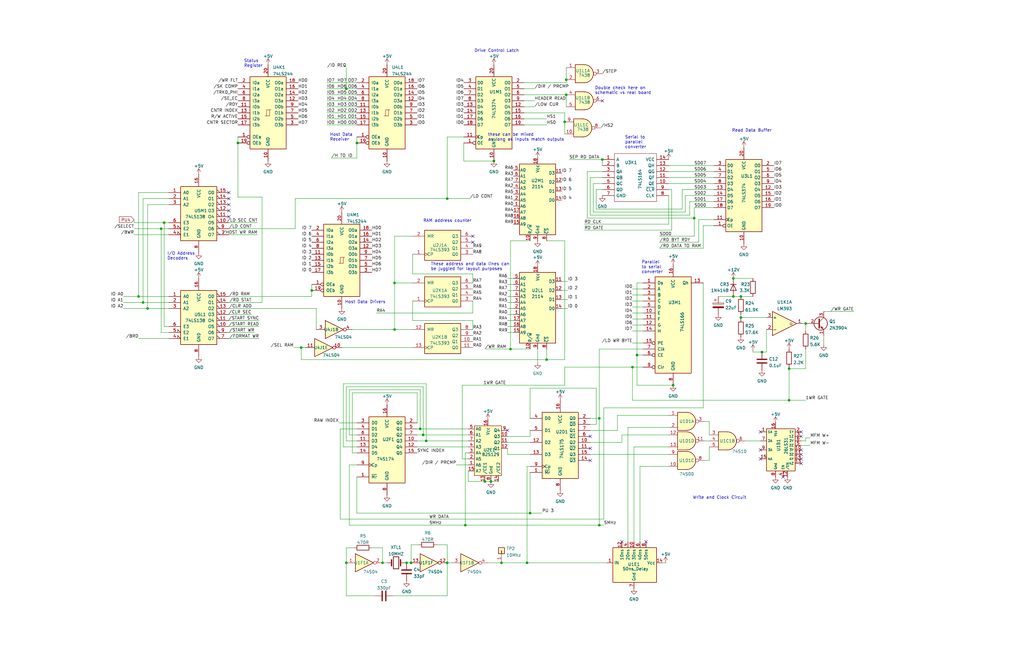
<source format=kicad_sch>
(kicad_sch (version 20211123) (generator eeschema)
  (paper "B")
  (junction (at 127 146.685))
  (junction (at 312.42 125.095))
  (junction (at 268.605 149.86))
  (junction (at 166.37 119.38))
  (junction (at 252.73 176.53))
  (junction (at 67.945 96.52))
  (junction (at 312.42 133.985))
  (junction (at 223.52 216.535))
  (junction (at 321.31 148.59))
  (junction (at 100.33 60.325))
  (junction (at 266.7 154.94))
  (junction (at 207.01 203.2))
  (junction (at 332.74 168.91))
  (junction (at 339.725 136.525))
  (junction (at 188.595 83.82))
  (junction (at 178.435 183.515))
  (junction (at 196.215 221.615))
  (junction (at 173.355 237.49))
  (junction (at 166.37 139.065))
  (junction (at 215.265 147.32))
  (junction (at 230.505 151.765))
  (junction (at 208.28 67.945))
  (junction (at 238.76 40.005))
  (junction (at 146.05 37.465))
  (junction (at 204.47 203.2))
  (junction (at 146.05 237.49))
  (junction (at 222.25 237.49))
  (junction (at 238.76 33.655))
  (junction (at 309.245 125.095))
  (junction (at 161.29 237.49))
  (junction (at 292.735 92.075))
  (junction (at 283.845 162.56))
  (junction (at 131.445 122.555))
  (junction (at 254 67.31))
  (junction (at 309.245 117.475))
  (junction (at 332.74 155.575))
  (junction (at 58.42 125.095))
  (junction (at 150.495 60.325))
  (junction (at 238.125 51.435))
  (junction (at 211.455 237.49))
  (junction (at 177.165 180.975))
  (junction (at 188.595 237.49))
  (junction (at 69.215 93.98))
  (junction (at 60.325 127.635))
  (junction (at 179.705 186.055))
  (junction (at 252.73 221.615))
  (junction (at 62.23 130.175))
  (junction (at 171.45 237.49))
  (no_connect (at 337.82 184.15))
  (no_connect (at 272.415 228.6))
  (no_connect (at 248.92 189.23))
  (no_connect (at 337.82 193.675))
  (no_connect (at 96.52 83.82))
  (no_connect (at 248.92 184.15))
  (no_connect (at 337.82 191.77))
  (no_connect (at 320.675 182.245))
  (no_connect (at 330.2 201.295))
  (no_connect (at 96.52 86.36))
  (no_connect (at 213.995 181.61))
  (no_connect (at 262.255 228.6))
  (no_connect (at 254 42.545))
  (no_connect (at 337.82 189.865))
  (no_connect (at 337.82 195.58))
  (no_connect (at 199.39 99.695))
  (no_connect (at 96.52 91.44))
  (no_connect (at 320.675 193.675))
  (no_connect (at 320.675 189.865))
  (no_connect (at 96.52 88.9))
  (no_connect (at 96.52 81.28))
  (no_connect (at 199.39 102.235))
  (no_connect (at 248.92 194.31))
  (no_connect (at 337.82 182.245))
  (wire (pts (xy 148.59 139.065) (xy 166.37 139.065)))
  (wire (pts (xy 176.53 229.87) (xy 173.355 229.87)))
  (wire (pts (xy 266.7 127) (xy 271.145 127)))
  (wire (pts (xy 147.32 196.215) (xy 147.32 221.615)))
  (wire (pts (xy 250.19 77.47) (xy 254 77.47)))
  (wire (pts (xy 309.245 117.475) (xy 317.5 117.475)))
  (wire (pts (xy 150.495 201.295) (xy 150.495 216.535)))
  (wire (pts (xy 252.73 221.615) (xy 196.215 221.615)))
  (wire (pts (xy 188.595 251.46) (xy 188.595 237.49)))
  (wire (pts (xy 173.99 115.57) (xy 199.39 115.57)))
  (wire (pts (xy 215.265 101.6) (xy 215.265 147.32)))
  (wire (pts (xy 271.145 119.38) (xy 268.605 119.38)))
  (wire (pts (xy 281.94 74.93) (xy 300.99 74.93)))
  (wire (pts (xy 339.725 136.525) (xy 339.725 139.7)))
  (wire (pts (xy 248.92 186.69) (xy 262.255 186.69)))
  (wire (pts (xy 239.395 126.365) (xy 236.855 126.365)))
  (wire (pts (xy 96.52 135.255) (xy 109.22 135.255)))
  (wire (pts (xy 230.505 151.765) (xy 238.125 151.765)))
  (wire (pts (xy 280.67 237.49) (xy 279.4 237.49)))
  (wire (pts (xy 297.18 177.8) (xy 299.085 177.8)))
  (wire (pts (xy 226.695 153.035) (xy 226.695 147.32)))
  (wire (pts (xy 220.98 52.705) (xy 230.505 52.705)))
  (wire (pts (xy 147.32 164.465) (xy 147.32 183.515)))
  (wire (pts (xy 266.7 132.08) (xy 271.145 132.08)))
  (wire (pts (xy 254 67.31) (xy 254 69.85)))
  (wire (pts (xy 175.895 178.435) (xy 175.895 165.735)))
  (wire (pts (xy 100.33 83.185) (xy 110.49 83.185)))
  (wire (pts (xy 312.42 133.985) (xy 312.42 132.715)))
  (wire (pts (xy 281.94 72.39) (xy 300.99 72.39)))
  (wire (pts (xy 178.435 183.515) (xy 197.485 183.515)))
  (wire (pts (xy 238.125 47.625) (xy 238.125 51.435)))
  (wire (pts (xy 299.085 194.31) (xy 297.18 194.31)))
  (wire (pts (xy 238.125 51.435) (xy 238.125 56.515)))
  (wire (pts (xy 266.7 121.92) (xy 271.145 121.92)))
  (wire (pts (xy 287.655 88.265) (xy 251.46 88.265)))
  (wire (pts (xy 166.37 139.065) (xy 173.99 139.065)))
  (wire (pts (xy 124.46 96.52) (xy 124.46 83.82)))
  (wire (pts (xy 290.83 90.805) (xy 290.83 85.09)))
  (wire (pts (xy 123.825 146.685) (xy 127 146.685)))
  (wire (pts (xy 312.42 125.095) (xy 317.5 125.095)))
  (wire (pts (xy 213.995 140.335) (xy 216.535 140.335)))
  (wire (pts (xy 175.895 188.595) (xy 197.485 188.595)))
  (wire (pts (xy 266.7 154.94) (xy 238.125 154.94)))
  (wire (pts (xy 137.795 45.085) (xy 150.495 45.085)))
  (wire (pts (xy 69.215 93.98) (xy 71.12 93.98)))
  (wire (pts (xy 208.28 67.945) (xy 195.58 67.945)))
  (wire (pts (xy 133.35 130.175) (xy 133.35 139.065)))
  (wire (pts (xy 194.945 193.675) (xy 194.945 162.56)))
  (wire (pts (xy 69.215 137.795) (xy 69.215 93.98)))
  (wire (pts (xy 142.875 178.435) (xy 150.495 178.435)))
  (wire (pts (xy 147.32 183.515) (xy 150.495 183.515)))
  (wire (pts (xy 288.925 82.55) (xy 288.925 89.535)))
  (wire (pts (xy 213.995 132.715) (xy 216.535 132.715)))
  (wire (pts (xy 317.5 147.955) (xy 317.5 148.59)))
  (wire (pts (xy 246.38 97.155) (xy 283.21 97.155)))
  (wire (pts (xy 146.05 231.14) (xy 149.225 231.14)))
  (wire (pts (xy 71.12 140.335) (xy 67.945 140.335)))
  (wire (pts (xy 179.705 161.925) (xy 144.78 161.925)))
  (wire (pts (xy 222.25 196.85) (xy 222.25 237.49)))
  (wire (pts (xy 269.875 228.6) (xy 269.875 196.85)))
  (wire (pts (xy 110.49 83.185) (xy 110.49 127.635)))
  (wire (pts (xy 266.7 154.94) (xy 266.7 168.91)))
  (wire (pts (xy 220.98 45.085) (xy 225.425 45.085)))
  (wire (pts (xy 96.52 127.635) (xy 110.49 127.635)))
  (wire (pts (xy 300.99 92.71) (xy 294.64 92.71)))
  (wire (pts (xy 300.99 87.63) (xy 292.735 87.63)))
  (wire (pts (xy 281.94 69.85) (xy 300.99 69.85)))
  (wire (pts (xy 251.46 88.265) (xy 251.46 80.01)))
  (wire (pts (xy 223.52 181.61) (xy 223.52 184.15)))
  (wire (pts (xy 223.52 199.39) (xy 223.52 216.535)))
  (wire (pts (xy 188.595 237.49) (xy 190.5 237.49)))
  (wire (pts (xy 248.92 90.805) (xy 290.83 90.805)))
  (wire (pts (xy 266.7 129.54) (xy 271.145 129.54)))
  (wire (pts (xy 127 146.685) (xy 127 151.765)))
  (wire (pts (xy 239.395 118.745) (xy 236.855 118.745)))
  (wire (pts (xy 56.515 96.52) (xy 67.945 96.52)))
  (wire (pts (xy 283.21 80.01) (xy 283.21 97.155)))
  (wire (pts (xy 238.125 154.94) (xy 238.125 162.56)))
  (wire (pts (xy 262.255 183.515) (xy 281.94 183.515)))
  (wire (pts (xy 247.65 72.39) (xy 254 72.39)))
  (wire (pts (xy 60.325 127.635) (xy 60.325 83.82)))
  (wire (pts (xy 268.605 149.86) (xy 271.145 149.86)))
  (wire (pts (xy 262.255 186.69) (xy 262.255 183.515)))
  (wire (pts (xy 150.495 57.785) (xy 150.495 60.325)))
  (wire (pts (xy 166.37 99.695) (xy 166.37 119.38)))
  (wire (pts (xy 266.7 144.78) (xy 271.145 144.78)))
  (wire (pts (xy 220.98 50.165) (xy 230.505 50.165)))
  (wire (pts (xy 166.37 119.38) (xy 173.99 119.38)))
  (wire (pts (xy 137.795 40.005) (xy 150.495 40.005)))
  (wire (pts (xy 223.52 196.85) (xy 222.25 196.85)))
  (wire (pts (xy 131.445 120.015) (xy 131.445 122.555)))
  (wire (pts (xy 223.52 216.535) (xy 228.6 216.535)))
  (wire (pts (xy 196.215 191.135) (xy 197.485 191.135)))
  (wire (pts (xy 158.115 251.46) (xy 146.05 251.46)))
  (wire (pts (xy 207.01 203.2) (xy 210.185 203.2)))
  (wire (pts (xy 239.395 122.555) (xy 236.855 122.555)))
  (wire (pts (xy 268.605 149.86) (xy 268.605 162.56)))
  (wire (pts (xy 124.46 83.82) (xy 188.595 83.82)))
  (wire (pts (xy 177.165 180.975) (xy 197.485 180.975)))
  (wire (pts (xy 146.05 28.575) (xy 146.05 37.465)))
  (wire (pts (xy 131.445 122.555) (xy 131.445 125.095)))
  (wire (pts (xy 204.47 147.32) (xy 215.265 147.32)))
  (wire (pts (xy 332.74 154.94) (xy 332.74 155.575)))
  (wire (pts (xy 127 151.765) (xy 230.505 151.765)))
  (wire (pts (xy 175.895 165.735) (xy 148.59 165.735)))
  (wire (pts (xy 137.795 37.465) (xy 146.05 37.465)))
  (wire (pts (xy 252.73 147.32) (xy 252.73 176.53)))
  (wire (pts (xy 271.145 147.32) (xy 252.73 147.32)))
  (wire (pts (xy 347.345 145.415) (xy 347.345 141.605)))
  (wire (pts (xy 197.485 203.2) (xy 197.485 198.755)))
  (wire (pts (xy 166.37 119.38) (xy 166.37 139.065)))
  (wire (pts (xy 173.99 127) (xy 173.99 135.255)))
  (wire (pts (xy 179.705 186.055) (xy 197.485 186.055)))
  (wire (pts (xy 287.655 80.01) (xy 287.655 88.265)))
  (wire (pts (xy 199.39 115.57) (xy 199.39 119.38)))
  (wire (pts (xy 213.995 191.77) (xy 213.995 189.23)))
  (wire (pts (xy 213.995 125.095) (xy 216.535 125.095)))
  (wire (pts (xy 292.735 92.075) (xy 292.735 99.695)))
  (wire (pts (xy 266.7 139.7) (xy 271.145 139.7)))
  (wire (pts (xy 213.995 135.255) (xy 216.535 135.255)))
  (wire (pts (xy 223.52 191.77) (xy 213.995 191.77)))
  (wire (pts (xy 204.47 203.2) (xy 197.485 203.2)))
  (wire (pts (xy 137.795 52.705) (xy 150.495 52.705)))
  (wire (pts (xy 309.245 125.095) (xy 312.42 125.095)))
  (wire (pts (xy 71.12 137.795) (xy 69.215 137.795)))
  (wire (pts (xy 223.52 184.15) (xy 213.995 184.15)))
  (wire (pts (xy 197.485 193.675) (xy 194.945 193.675)))
  (wire (pts (xy 175.895 186.055) (xy 179.705 186.055)))
  (wire (pts (xy 96.52 99.06) (xy 108.585 99.06)))
  (wire (pts (xy 269.875 196.85) (xy 281.94 196.85)))
  (wire (pts (xy 139.7 66.675) (xy 150.495 66.675)))
  (wire (pts (xy 266.7 134.62) (xy 271.145 134.62)))
  (wire (pts (xy 252.73 221.615) (xy 254.635 221.615)))
  (wire (pts (xy 238.76 34.925) (xy 220.98 34.925)))
  (wire (pts (xy 170.815 237.49) (xy 171.45 237.49)))
  (wire (pts (xy 238.76 33.655) (xy 238.76 34.925)))
  (wire (pts (xy 299.085 188.595) (xy 299.085 194.31)))
  (wire (pts (xy 299.085 177.8) (xy 299.085 183.515)))
  (wire (pts (xy 205.74 237.49) (xy 211.455 237.49)))
  (wire (pts (xy 96.52 132.715) (xy 106.045 132.715)))
  (wire (pts (xy 300.99 95.25) (xy 296.545 95.25)))
  (wire (pts (xy 278.13 104.775) (xy 296.545 104.775)))
  (wire (pts (xy 296.545 95.25) (xy 296.545 104.775)))
  (wire (pts (xy 177.165 180.975) (xy 177.165 164.465)))
  (wire (pts (xy 332.74 168.91) (xy 339.725 168.91)))
  (wire (pts (xy 281.94 80.01) (xy 283.21 80.01)))
  (wire (pts (xy 156.845 231.14) (xy 161.29 231.14)))
  (wire (pts (xy 146.05 37.465) (xy 150.495 37.465)))
  (wire (pts (xy 62.23 130.175) (xy 71.12 130.175)))
  (wire (pts (xy 56.515 92.71) (xy 56.515 93.98)))
  (wire (pts (xy 332.74 155.575) (xy 332.74 168.91)))
  (wire (pts (xy 281.94 77.47) (xy 300.99 77.47)))
  (wire (pts (xy 137.795 50.165) (xy 150.495 50.165)))
  (wire (pts (xy 150.495 196.215) (xy 147.32 196.215)))
  (wire (pts (xy 266.7 168.91) (xy 332.74 168.91)))
  (wire (pts (xy 161.29 237.49) (xy 163.195 237.49)))
  (wire (pts (xy 213.995 122.555) (xy 216.535 122.555)))
  (wire (pts (xy 213.995 120.015) (xy 216.535 120.015)))
  (wire (pts (xy 314.325 186.055) (xy 320.675 186.055)))
  (wire (pts (xy 248.92 176.53) (xy 252.73 176.53)))
  (wire (pts (xy 266.7 124.46) (xy 271.145 124.46)))
  (wire (pts (xy 147.32 221.615) (xy 196.215 221.615)))
  (wire (pts (xy 171.45 237.49) (xy 173.355 237.49)))
  (wire (pts (xy 300.99 80.01) (xy 287.655 80.01)))
  (wire (pts (xy 194.945 162.56) (xy 238.125 162.56)))
  (wire (pts (xy 137.795 34.925) (xy 150.495 34.925)))
  (wire (pts (xy 252.73 176.53) (xy 252.73 221.615)))
  (wire (pts (xy 267.335 228.6) (xy 267.335 188.595)))
  (wire (pts (xy 146.05 237.49) (xy 146.05 231.14)))
  (wire (pts (xy 96.52 96.52) (xy 124.46 96.52)))
  (wire (pts (xy 268.605 162.56) (xy 283.845 162.56)))
  (wire (pts (xy 321.31 148.59) (xy 317.5 148.59)))
  (wire (pts (xy 248.92 181.61) (xy 260.35 181.61)))
  (wire (pts (xy 71.12 127.635) (xy 60.325 127.635)))
  (wire (pts (xy 268.605 119.38) (xy 268.605 149.86)))
  (wire (pts (xy 292.735 87.63) (xy 292.735 92.075)))
  (wire (pts (xy 188.595 229.87) (xy 188.595 237.49)))
  (wire (pts (xy 195.58 67.945) (xy 195.58 60.325)))
  (wire (pts (xy 240.03 67.31) (xy 254 67.31)))
  (wire (pts (xy 178.435 163.195) (xy 146.05 163.195)))
  (wire (pts (xy 288.925 89.535) (xy 250.19 89.535)))
  (wire (pts (xy 144.145 146.685) (xy 173.99 146.685)))
  (wire (pts (xy 251.46 80.01) (xy 254 80.01)))
  (wire (pts (xy 246.38 94.615) (xy 281.94 94.615)))
  (wire (pts (xy 165.735 251.46) (xy 188.595 251.46)))
  (wire (pts (xy 213.995 186.69) (xy 223.52 186.69)))
  (wire (pts (xy 96.52 140.335) (xy 107.315 140.335)))
  (wire (pts (xy 143.51 219.075) (xy 254.635 219.075)))
  (wire (pts (xy 312.42 133.985) (xy 323.215 133.985)))
  (wire (pts (xy 96.52 142.875) (xy 109.22 142.875)))
  (wire (pts (xy 56.515 93.98) (xy 69.215 93.98)))
  (wire (pts (xy 100.33 60.325) (xy 100.33 83.185)))
  (wire (pts (xy 192.405 196.215) (xy 197.485 196.215)))
  (wire (pts (xy 137.795 42.545) (xy 150.495 42.545)))
  (wire (pts (xy 71.12 81.28) (xy 58.42 81.28)))
  (wire (pts (xy 223.52 163.83) (xy 251.46 163.83)))
  (wire (pts (xy 148.59 191.135) (xy 150.495 191.135)))
  (wire (pts (xy 302.895 125.095) (xy 309.245 125.095)))
  (wire (pts (xy 58.42 125.095) (xy 71.12 125.095)))
  (wire (pts (xy 211.455 237.49) (xy 222.25 237.49)))
  (wire (pts (xy 188.595 83.82) (xy 198.12 83.82)))
  (wire (pts (xy 150.495 180.975) (xy 143.51 180.975)))
  (wire (pts (xy 254 74.93) (xy 248.92 74.93)))
  (wire (pts (xy 223.52 176.53) (xy 223.52 163.83)))
  (wire (pts (xy 248.92 74.93) (xy 248.92 90.805)))
  (wire (pts (xy 247.65 92.075) (xy 247.65 72.39)))
  (wire (pts (xy 323.215 148.59) (xy 321.31 148.59)))
  (wire (pts (xy 199.39 127) (xy 199.39 132.08)))
  (wire (pts (xy 238.125 101.6) (xy 238.125 151.765)))
  (wire (pts (xy 223.52 101.6) (xy 215.265 101.6)))
  (wire (pts (xy 312.42 134.62) (xy 312.42 133.985)))
  (wire (pts (xy 213.995 137.795) (xy 216.535 137.795)))
  (wire (pts (xy 143.51 180.975) (xy 143.51 219.075)))
  (wire (pts (xy 188.595 83.82) (xy 188.595 57.785)))
  (wire (pts (xy 266.7 154.94) (xy 271.145 154.94)))
  (wire (pts (xy 60.325 83.82) (xy 71.12 83.82)))
  (wire (pts (xy 332.74 155.575) (xy 339.725 155.575)))
  (wire (pts (xy 175.895 180.975) (xy 177.165 180.975)))
  (wire (pts (xy 239.395 130.175) (xy 236.855 130.175)))
  (wire (pts (xy 144.78 161.925) (xy 144.78 188.595)))
  (wire (pts (xy 222.25 237.49) (xy 255.905 237.49)))
  (wire (pts (xy 238.76 40.005) (xy 238.76 45.085)))
  (wire (pts (xy 146.05 163.195) (xy 146.05 186.055)))
  (wire (pts (xy 58.42 81.28) (xy 58.42 125.095)))
  (wire (pts (xy 260.35 175.26) (xy 281.94 175.26)))
  (wire (pts (xy 52.07 125.095) (xy 58.42 125.095)))
  (wire (pts (xy 297.18 186.055) (xy 299.085 186.055)))
  (wire (pts (xy 213.995 130.175) (xy 216.535 130.175)))
  (wire (pts (xy 150.495 216.535) (xy 223.52 216.535)))
  (wire (pts (xy 323.215 139.065) (xy 323.215 148.59)))
  (wire (pts (xy 220.98 40.005) (xy 238.76 40.005)))
  (wire (pts (xy 100.33 57.785) (xy 100.33 60.325)))
  (wire (pts (xy 175.895 183.515) (xy 178.435 183.515)))
  (wire (pts (xy 341.63 187.96) (xy 337.82 187.96)))
  (wire (pts (xy 290.83 85.09) (xy 300.99 85.09)))
  (wire (pts (xy 339.725 184.785) (xy 339.725 186.055)))
  (wire (pts (xy 67.945 140.335) (xy 67.945 96.52)))
  (wire (pts (xy 96.52 125.095) (xy 131.445 125.095)))
  (wire (pts (xy 56.515 99.06) (xy 71.12 99.06)))
  (wire (pts (xy 144.78 188.595) (xy 150.495 188.595)))
  (wire (pts (xy 213.995 127.635) (xy 216.535 127.635)))
  (wire (pts (xy 148.59 165.735) (xy 148.59 191.135)))
  (wire (pts (xy 173.99 99.695) (xy 166.37 99.695)))
  (wire (pts (xy 199.39 135.255) (xy 199.39 139.065)))
  (wire (pts (xy 96.52 137.795) (xy 109.22 137.795)))
  (wire (pts (xy 178.435 183.515) (xy 178.435 163.195)))
  (wire (pts (xy 260.35 181.61) (xy 260.35 175.26)))
  (wire (pts (xy 238.76 28.575) (xy 238.76 33.655)))
  (wire (pts (xy 250.19 89.535) (xy 250.19 77.47)))
  (wire (pts (xy 278.13 102.235) (xy 294.64 102.235)))
  (wire (pts (xy 294.64 92.71) (xy 294.64 102.235)))
  (wire (pts (xy 52.07 127.635) (xy 60.325 127.635)))
  (wire (pts (xy 71.12 86.36) (xy 62.23 86.36)))
  (wire (pts (xy 177.165 164.465) (xy 147.32 164.465)))
  (wire (pts (xy 173.355 229.87) (xy 173.355 237.49)))
  (wire (pts (xy 266.7 137.16) (xy 271.145 137.16)))
  (wire (pts (xy 96.52 130.175) (xy 133.35 130.175)))
  (wire (pts (xy 281.94 82.55) (xy 281.94 94.615)))
  (wire (pts (xy 341.63 184.785) (xy 339.725 184.785)))
  (wire (pts (xy 278.13 99.695) (xy 292.735 99.695)))
  (wire (pts (xy 267.335 188.595) (xy 281.94 188.595)))
  (wire (pts (xy 184.15 229.87) (xy 188.595 229.87)))
  (wire (pts (xy 254.635 219.075) (xy 254.635 172.085)))
  (wire (pts (xy 161.29 231.14) (xy 161.29 237.49)))
  (wire (pts (xy 264.795 180.34) (xy 281.94 180.34)))
  (wire (pts (xy 173.99 107.315) (xy 173.99 115.57)))
  (wire (pts (xy 158.75 132.08) (xy 199.39 132.08)))
  (wire (pts (xy 58.42 142.875) (xy 71.12 142.875)))
  (wire (pts (xy 150.495 60.325) (xy 150.495 66.675)))
  (wire (pts (xy 251.46 163.83) (xy 251.46 179.07)))
  (wire (pts (xy 62.23 86.36) (xy 62.23 130.175)))
  (wire (pts (xy 52.07 130.175) (xy 62.23 130.175)))
  (wire (pts (xy 196.215 221.615) (xy 196.215 191.135)))
  (wire (pts (xy 204.47 203.2) (xy 207.01 203.2)))
  (wire (pts (xy 67.945 96.52) (xy 71.12 96.52)))
  (wire (pts (xy 339.725 186.055) (xy 337.82 186.055)))
  (wire (pts (xy 127 146.685) (xy 128.905 146.685)))
  (wire (pts (xy 146.05 186.055) (xy 150.495 186.055)))
  (wire (pts (xy 96.52 93.98) (xy 108.585 93.98)))
  (wire (pts (xy 300.99 82.55) (xy 288.925 82.55)))
  (wire (pts (xy 173.99 135.255) (xy 199.39 135.255)))
  (wire (pts (xy 188.595 57.785) (xy 195.58 57.785)))
  (wire (pts (xy 254.635 172.085) (xy 296.545 172.085)))
  (wire (pts (xy 220.98 47.625) (xy 238.125 47.625)))
  (wire (pts (xy 248.92 191.77) (xy 281.94 191.77)))
  (wire (pts (xy 146.05 251.46) (xy 146.05 237.49)))
  (wire (pts (xy 137.795 47.625) (xy 150.495 47.625)))
  (wire (pts (xy 296.545 172.085) (xy 296.545 119.38)))
  (wire (pts (xy 230.505 147.32) (xy 230.505 151.765)))
  (wire (pts (xy 292.735 92.075) (xy 247.65 92.075)))
  (wire (pts (xy 347.345 131.445) (xy 360.045 131.445)))
  (wire (pts (xy 264.795 228.6) (xy 264.795 180.34)))
  (wire (pts (xy 215.265 147.32) (xy 223.52 147.32)))
  (wire (pts (xy 230.505 101.6) (xy 238.125 101.6)))
  (wire (pts (xy 220.98 42.545) (xy 225.425 42.545)))
  (wire (pts (xy 339.725 147.32) (xy 339.725 155.575)))
  (wire (pts (xy 338.455 136.525) (xy 339.725 136.525)))
  (wire (pts (xy 179.705 186.055) (xy 179.705 161.925)))
  (wire (pts (xy 213.995 117.475) (xy 216.535 117.475)))
  (wire (pts (xy 220.98 37.465) (xy 225.425 37.465)))
  (wire (pts (xy 251.46 179.07) (xy 248.92 179.07)))
  (text "Read Data Buffer" (at 308.61 55.88 0) (effects (font (size 1.27 1.27)) (justify left bottom)))
  (text "Host Data \nReceiver" (at 139.065 59.69 0) (effects (font (size 1.27 1.27)) (justify left bottom)))
  (text "Status\nRegister" (at 102.87 28.575 0) (effects (font (size 1.27 1.27)) (justify left bottom)))
  (text "Host Data Drivers" (at 145.415 128.27 0) (effects (font (size 1.27 1.27)) (justify left bottom)))
  (text "Parallel\nto serial\nconverter" (at 270.51 115.57 0) (effects (font (size 1.27 1.27)) (justify left bottom)))
  (text "Write and Clock Circuit" (at 292.1 210.82 0) (effects (font (size 1.27 1.27)) (justify left bottom)))
  (text "These address and data lines can \nbe juggled for layout purposes" (at 181.61 114.3 0) (effects (font (size 1.27 1.27)) (justify left bottom)))
  (text "RAM address counter" (at 178.435 93.98 0) (effects (font (size 1.27 1.27)) (justify left bottom)))
  (text "Drive Control Latch" (at 200.025 22.225 0) (effects (font (size 1.27 1.27)) (justify left bottom)))
  (text "Double check here on \nschematic vs real board" (at 250.825 40.005 0) (effects (font (size 1.27 1.27)) (justify left bottom)))
  (text "these can be mixed \nas long as inputs match outputs" (at 205.74 59.69 0) (effects (font (size 1.27 1.27)) (justify left bottom)))
  (text "I/O Address\nDecoders" (at 70.485 109.855 0) (effects (font (size 1.27 1.27)) (justify left bottom)))
  (text "Serial to\nparallel\nconverter" (at 263.525 62.865 0) (effects (font (size 1.27 1.27)) (justify left bottom)))
  (label "ID2" (at 266.7 127 180))
  (label "SEP RD DATA" (at 240.03 67.31 0))
  (label "ID7" (at 266.7 139.7 180))
  (label "SD00" (at 278.13 99.695 0))
  (label "ID5" (at 266.7 134.62 180))
  (label "MFM W-" (at 341.63 187.96 0))
  (label "HD5" (at 142.24 40.005 0))
  (label "RA8" (at 199.39 107.315 0))
  (label "OD0" (at 146.685 52.705 0))
  (label "ID 5" (at 236.855 80.645 0))
  (label "OD4" (at 146.685 42.545 0))
  (label "{slash}DIR {slash} PRCMP" (at 225.425 37.465 0))
  (label "WR DATA" (at 180.975 219.075 0))
  (label "PU 3" (at 228.6 216.535 0))
  (label "HD1" (at 125.73 37.465 0))
  (label "{slash}CLR ADD" (at 96.52 130.175 0))
  (label "ID5" (at 195.58 37.465 180))
  (label "ID1" (at 195.58 50.165 180))
  (label "HD2" (at 125.73 40.005 0))
  (label "IO5" (at 137.795 40.005 0))
  (label "HD1" (at 156.845 99.695 0))
  (label "IO6" (at 137.795 37.465 0))
  (label "IO2" (at 137.795 47.625 0))
  (label "ID3" (at 266.7 129.54 180))
  (label "{slash}LD CONT" (at 96.52 96.52 0))
  (label "{slash}HOST WR RAM" (at 108.585 99.06 180))
  (label "CNTR SECTOR" (at 100.33 52.705 180))
  (label "ID7" (at 195.58 42.545 180))
  (label "RA5" (at 199.39 124.46 0))
  (label "HD5" (at 156.845 109.855 0))
  (label "{slash}CLR SEC" (at 106.045 132.715 180))
  (label "5MHz" (at 180.975 221.615 0))
  (label "ID 7" (at 236.855 73.025 0))
  (label "RD GATE" (at 246.38 97.155 0))
  (label "{slash}START SYNC" (at 109.22 135.255 180))
  (label "ID 1" (at 131.445 112.395 180))
  (label "{slash}START WR" (at 107.315 140.335 180))
  (label "ID2" (at 175.895 47.625 0))
  (label "SYNC INDEX" (at 175.895 191.135 0))
  (label "RA0" (at 216.535 86.995 180))
  (label "RA9" (at 213.995 140.335 180))
  (label "{slash}RDY" (at 100.33 45.085 180))
  (label "RA5" (at 213.995 127.635 180))
  (label "HD2" (at 156.845 102.235 0))
  (label "HD4" (at 142.24 42.545 0))
  (label "HD6" (at 156.845 112.395 0))
  (label "{slash}WR RAM" (at 204.47 147.32 0))
  (label "RA2" (at 213.995 125.095 180))
  (label "R{slash}W ACTIVE" (at 100.33 50.165 180))
  (label "{slash}SEL RAM" (at 123.825 146.685 180))
  (label "SD00" (at 292.735 87.63 0))
  (label "HS0" (at 230.505 52.705 0))
  (label "IO3" (at 137.795 45.085 0))
  (label "5MHz" (at 254.635 221.615 0))
  (label "1WR GATE" (at 203.835 162.56 0))
  (label "RA6" (at 213.995 117.475 180))
  (label "{slash}ID REQ" (at 146.05 28.575 180))
  (label "{slash}WR GATE" (at 360.045 131.445 180))
  (label "RA4" (at 216.535 89.535 180))
  (label "RA8" (at 216.535 92.075 180))
  (label "RA6" (at 216.535 71.755 180))
  (label "OD3" (at 146.685 45.085 0))
  (label "RA4" (at 199.39 127 0))
  (label "{slash}WR FLT" (at 100.33 34.925 180))
  (label "ID 3" (at 239.395 118.745 0))
  (label "OD6" (at 146.685 37.465 0))
  (label "{slash}DIR {slash} PRCMP" (at 192.405 196.215 180))
  (label "HD7" (at 142.24 34.925 0))
  (label "ID 6" (at 236.855 76.835 0))
  (label "ID1" (at 266.7 124.46 180))
  (label "HD1" (at 142.24 50.165 0))
  (label "{slash}BRD" (at 58.42 142.875 180))
  (label "ID 7" (at 131.445 97.155 180))
  (label "{slash}SELECT" (at 56.515 96.52 180))
  (label "IO A1" (at 52.07 127.635 180))
  (label "IO A0" (at 52.07 125.095 180))
  (label "ID 5" (at 131.445 102.235 180))
  (label "{slash}SK COMP" (at 100.33 37.465 180))
  (label "{slash}START READ" (at 109.22 137.795 180))
  (label "RA4" (at 158.75 132.08 0))
  (label "ID 1" (at 239.395 126.365 0))
  (label "ID6" (at 266.7 137.16 180))
  (label "HD0" (at 142.24 52.705 0))
  (label "{slash}RD BYT RDY" (at 278.13 102.235 0))
  (label "ID6" (at 195.58 40.005 180))
  (label "RA0" (at 199.39 146.685 0))
  (label "RA4" (at 213.995 135.255 180))
  (label "HEADER READ" (at 225.425 42.545 0))
  (label "RA0" (at 213.995 132.715 180))
  (label "ID 0" (at 131.445 114.935 180))
  (label "OD5" (at 146.685 40.005 0))
  (label "ID4" (at 195.58 34.925 180))
  (label "{slash}BWR" (at 56.515 99.06 180))
  (label "{slash}LOW CUR" (at 225.425 45.085 0))
  (label "HD6" (at 142.24 37.465 0))
  (label "ID5" (at 175.895 40.005 0))
  (label "{slash}HS2" (at 253.365 53.975 0))
  (label "RA2" (at 199.39 141.605 0))
  (label "HD4" (at 156.845 107.315 0))
  (label "OD2" (at 146.685 47.625 0))
  (label "RA9" (at 216.535 94.615 180))
  (label "HD3" (at 142.24 45.085 0))
  (label "ID4" (at 266.7 132.08 180))
  (label "IO4" (at 137.795 42.545 0))
  (label "ID2" (at 195.58 47.625 180))
  (label "HS1" (at 230.505 50.165 0))
  (label "{slash}FORMAT WR" (at 109.22 142.875 180))
  (label "RA9" (at 199.39 104.775 0))
  (label "RA7" (at 199.39 119.38 0))
  (label "ID6" (at 326.39 72.39 0))
  (label "HD6" (at 125.73 50.165 0))
  (label "SD06" (at 292.735 72.39 0))
  (label "OD1" (at 146.685 50.165 0))
  (label "RA2" (at 216.535 79.375 180))
  (label "RA8" (at 213.995 137.795 180))
  (label "ID1" (at 326.39 85.09 0))
  (label "RA1" (at 199.39 144.145 0))
  (label "MFM W+" (at 341.63 184.785 0))
  (label "SD07" (at 292.735 69.85 0))
  (label "ID3" (at 326.39 80.01 0))
  (label "ID 3" (at 131.445 107.315 180))
  (label "RA7" (at 216.535 76.835 180))
  (label "RA3" (at 216.535 74.295 180))
  (label "IO A2" (at 52.07 130.175 180))
  (label "HD5" (at 125.73 47.625 0))
  (label "ID 6" (at 131.445 99.695 180))
  (label "ID0" (at 266.7 121.92 180))
  (label "ID3" (at 195.58 45.085 180))
  (label "ID6" (at 175.895 37.465 0))
  (label "{slash}LD SEC CNT" (at 108.585 93.98 180))
  (label "ID 4" (at 236.855 84.455 0))
  (label "SD01" (at 292.735 85.09 0))
  (label "{slash}RD STAT" (at 106.045 127.635 180))
  (label "{slash}LD WR BYTE" (at 266.7 144.78 180))
  (label "ID3" (at 175.895 45.085 0))
  (label "{slash}STEP" (at 254 31.115 0))
  (label "RAW INDEX" (at 142.875 178.435 180))
  (label "RA1" (at 216.535 84.455 180))
  (label "{slash}H TO ID" (at 139.7 66.675 0))
  (label "{slash}LD CONT" (at 198.12 83.82 0))
  (label "ID7" (at 326.39 69.85 0))
  (label "ID0" (at 175.895 52.705 0))
  (label "HD4" (at 125.73 45.085 0))
  (label "ID 4" (at 131.445 104.775 180))
  (label "IO7" (at 137.795 34.925 0))
  (label "IO1" (at 137.795 50.165 0))
  (label "HD3" (at 156.845 104.775 0))
  (label "ID1" (at 175.895 50.165 0))
  (label "RD CLK" (at 246.38 94.615 0))
  (label "SD03" (at 292.735 80.01 0))
  (label "{slash}RD DATA TO RAM" (at 278.13 104.775 0))
  (label "HD0" (at 125.73 34.925 0))
  (label "HD7" (at 125.73 52.705 0))
  (label "HD7" (at 156.845 114.935 0))
  (label "ID5" (at 326.39 74.93 0))
  (label "RA7" (at 213.995 122.555 180))
  (label "OD7" (at 146.685 34.925 0))
  (label "{slash}TRK0_PHI" (at 100.33 40.005 180))
  (label "RA1" (at 213.995 130.175 180))
  (label "1WR GATE" (at 339.725 168.91 0))
  (label "HD2" (at 142.24 47.625 0))
  (label "ID2" (at 326.39 82.55 0))
  (label "{slash}SE_EC" (at 100.33 42.545 180))
  (label "CNTR INDEX" (at 100.33 47.625 180))
  (label "ID 0" (at 239.395 130.175 0))
  (label "SD05" (at 292.735 74.93 0))
  (label "IO0" (at 137.795 52.705 0))
  (label "ID4" (at 175.895 42.545 0))
  (label "HD0" (at 156.845 97.155 0))
  (label "RA6" (at 199.39 121.92 0))
  (label "RA3" (at 213.995 120.015 180))
  (label "RA5" (at 216.535 81.915 180))
  (label "ID7" (at 175.895 34.925 0))
  (label "ID 2" (at 239.395 122.555 0))
  (label "SD04" (at 292.735 77.47 0))
  (label "ID0" (at 195.58 52.705 180))
  (label "ID0" (at 326.39 87.63 0))
  (label "{slash}RD RAM" (at 105.41 125.095 180))
  (label "SD02" (at 292.735 82.55 0))
  (label "RA3" (at 199.39 139.065 0))
  (label "HD3" (at 125.73 42.545 0))
  (label "ID 2" (at 131.445 109.855 180))
  (label "ID4" (at 326.39 77.47 0))
  (global_label "PU4" (shape input) (at 56.515 92.71 180) (property "Intersheet References" "${INTERSHEET_REFS}" (effects hide)))
  (symbol (lib_id "power:+5V") (at 226.695 112.395 0) (unit 1)
    (property "Reference" "#PWR087" (effects hide))
    (property "Value" "+5V" (at 226.695 108.585 0))
  )
  (symbol (lib_id "Device:C") (at 161.925 251.46 90) (unit 1)
    (property "Reference" "C3" (at 161.925 245.3345 90))
    (property "Value" "330pF" (at 161.925 248.1096 90))
    (property "Footprint" "Capacitor_THT:C_Rect_L10.0mm_W5.0mm_P5.00mm_P7.50mm" (effects hide))
  )
  (symbol (lib_id "power:+5V") (at 332.74 147.32 0) (unit 1)
    (property "Reference" "#PWR0107" (effects hide))
    (property "Value" "+5V" (at 332.74 143.7155 0))
  )
  (symbol (lib_id "power:GND") (at 208.28 67.945 0) (unit 1)
    (property "Reference" "#PWR084" (effects hide))
    (property "Value" "GND" (at 208.28 72.5075 0))
  )
  (symbol (lib_id "Device:C") (at 171.45 241.3 0) (unit 1)
    (property "Reference" "C4" (at 174.371 240.3915 0) (effects (justify left)))
    (property "Value" "33pF" (at 174.371 243.1666 0) (effects (justify left)))
    (property "Footprint" "Capacitor_THT:C_Rect_L10.0mm_W5.0mm_P5.00mm_P7.50mm" (effects hide))
  )
  (symbol (lib_id "Device:R") (at 339.725 143.51 0) (unit 1)
    (property "Reference" "R26" (at 341.503 142.6015 0) (effects (justify left)))
    (property "Value" "5.6K" (at 341.503 145.3766 0) (effects (justify left)))
    (property "Footprint" "Resistor_THT:R_Axial_DIN0309_L9.0mm_D3.2mm_P12.70mm_Horizontal" (effects hide))
  )
  (symbol (lib_id "74xx:74LS174") (at 163.195 188.595 0) (unit 1)
    (property "Reference" "U2F1" (at 161.29 185.42 0) (effects (justify left)))
    (property "Value" "74S174" (at 158.75 193.675 0) (effects (justify left)))
    (property "Footprint" "Package_DIP:DIP-16_W7.62mm" (effects hide))
    (property "Datasheet" "http://www.ti.com/lit/gpn/sn74LS174" (effects hide))
  )
  (symbol (lib_id "power:GND") (at 254 82.55 0) (unit 1)
    (property "Reference" "#PWR091" (effects hide))
    (property "Value" "GND" (at 254 87.1125 0))
  )
  (symbol (lib_id "power:+5V") (at 163.195 170.815 0) (unit 1)
    (property "Reference" "#PWR078" (effects hide))
    (property "Value" "+5V" (at 163.195 167.2105 0))
  )
  (symbol (lib_id "74xx:74LS04") (at 153.67 237.49 0) (unit 1)
    (property "Reference" "U1F1" (at 152.4 237.49 0))
    (property "Value" "74S04" (at 156.21 241.3 0))
    (property "Footprint" "Package_DIP:DIP-14_W7.62mm" (effects hide))
    (property "Datasheet" "http://www.ti.com/lit/gpn/sn74LS04" (effects hide))
  )
  (symbol (lib_id "Connector_Generic:Conn_01x01") (at 211.455 232.41 90) (unit 1)
    (property "Reference" "TP2" (at 213.487 231.5015 90) (effects (justify right)))
    (property "Value" "10Mhz" (at 213.487 234.2766 90) (effects (justify right)))
    (property "Footprint" "Connector_PinHeader_2.54mm:PinHeader_1x01_P2.54mm_Vertical" (effects hide))
  )
  (symbol (lib_id "power:+5V") (at 226.695 66.675 0) (unit 1)
    (property "Reference" "#PWR085" (effects hide))
    (property "Value" "+5V" (at 226.695 63.0705 0))
  )
  (symbol (lib_id "74xx:74LS38") (at 246.38 42.545 0) (unit 2)
    (property "Reference" "U1L1" (at 245.745 41.275 0))
    (property "Value" "7438" (at 246.38 43.18 0))
    (property "Footprint" "Package_DIP:DIP-14_W7.62mm" (effects hide))
    (property "Datasheet" "http://www.ti.com/lit/gpn/sn74LS38" (effects hide))
  )
  (symbol (lib_id "power:+5V") (at 280.67 237.49 0) (unit 1)
    (property "Reference" "#PWR093" (effects hide))
    (property "Value" "+5V" (at 280.67 233.8855 0))
  )
  (symbol (lib_id "power:GND") (at 226.695 101.6 0) (unit 1)
    (property "Reference" "#PWR086" (effects hide))
    (property "Value" "GND" (at 226.695 106.1625 0))
  )
  (symbol (lib_id "power:GND") (at 163.195 67.945 0) (unit 1)
    (property "Reference" "#PWR077" (effects hide))
    (property "Value" "GND" (at 163.195 72.5075 0))
  )
  (symbol (lib_id "Transistor_BJT:2N3904") (at 344.805 136.525 0) (unit 1)
    (property "Reference" "Q1" (at 349.6564 135.6165 0) (effects (justify left)))
    (property "Value" "2N3904" (at 349.6564 138.3916 0) (effects (justify left)))
    (property "Footprint" "Package_TO_SOT_THT:TO-92L_Wide" (effects hide))
    (property "Datasheet" "https://www.onsemi.com/pub/Collateral/2N3903-D.PDF" (effects hide))
  )
  (symbol (lib_id "power:GND") (at 313.69 102.87 0) (unit 1)
    (property "Reference" "#PWR0101" (effects hide))
    (property "Value" "GND" (at 313.69 107.4325 0))
  )
  (symbol (lib_id "74xx:74LS244") (at 144.145 109.855 0) (unit 1)
    (property "Reference" "U4M1" (at 146.1644 90.6485 0) (effects (justify left)))
    (property "Value" "74LS244" (at 146.1644 93.4236 0) (effects (justify left)))
    (property "Footprint" "Package_DIP:DIP-20_W7.62mm" (effects hide))
    (property "Datasheet" "http://www.ti.com/lit/ds/symlink/sn74ls244.pdf" (effects hide))
  )
  (symbol (lib_id "power:+5V") (at 83.82 73.66 0) (unit 1)
    (property "Reference" "#PWR068" (effects hide))
    (property "Value" "+5V" (at 83.82 70.0555 0))
  )
  (symbol (lib_id "power:+5V") (at 113.03 27.305 0) (unit 1)
    (property "Reference" "#PWR072" (effects hide))
    (property "Value" "+5V" (at 113.03 23.7005 0))
  )
  (symbol (lib_id "power:GND") (at 207.01 203.2 0) (unit 1)
    (property "Reference" "#PWR082" (effects hide))
    (property "Value" "GND" (at 207.01 207.7625 0))
  )
  (symbol (lib_id "74xx:74LS393") (at 186.69 104.775 0) (mirror x) (unit 1)
    (property "Reference" "U2J1" (at 185.42 103.505 0))
    (property "Value" "74LS393" (at 185.42 105.41 0))
    (property "Footprint" "Package_DIP:DIP-14_W7.62mm" (effects hide))
    (property "Datasheet" "74xx\\74LS393.pdf" (effects hide))
  )
  (symbol (lib_id "74xx:74LS374") (at 208.28 47.625 0) (unit 1)
    (property "Reference" "U1M1" (at 206.375 38.735 0) (effects (justify left)))
    (property "Value" "74LS374" (at 208.28 50.165 90) (effects (justify left)))
    (property "Footprint" "Package_DIP:DIP-20_W7.62mm" (effects hide))
    (property "Datasheet" "http://www.ti.com/lit/gpn/sn74LS374" (effects hide))
  )
  (symbol (lib_id "power:GND") (at 144.145 130.175 0) (unit 1)
    (property "Reference" "#PWR075" (effects hide))
    (property "Value" "GND" (at 144.145 134.7375 0))
  )
  (symbol (lib_id "74xx:74LS244") (at 163.195 47.625 0) (unit 1)
    (property "Reference" "U4L1" (at 165.2144 28.4185 0) (effects (justify left)))
    (property "Value" "74LS244" (at 165.2144 31.1936 0) (effects (justify left)))
    (property "Footprint" "Package_DIP:DIP-20_W7.62mm" (effects hide))
    (property "Datasheet" "http://www.ti.com/lit/ds/symlink/sn74ls244.pdf" (effects hide))
  )
  (symbol (lib_id "74xx:74LS04") (at 198.12 237.49 0) (unit 2)
    (property "Reference" "U1F1" (at 196.85 237.49 0))
    (property "Value" "74S04" (at 200.025 241.3 0))
    (property "Footprint" "Package_DIP:DIP-14_W7.62mm" (effects hide))
    (property "Datasheet" "http://www.ti.com/lit/gpn/sn74LS04" (effects hide))
  )
  (symbol (lib_id "power:GND") (at 332.105 201.295 0) (unit 1)
    (property "Reference" "#PWR0106" (effects hide))
    (property "Value" "GND" (at 332.105 205.8575 0))
  )
  (symbol (lib_id "74xx:74LS04") (at 140.97 139.065 0) (unit 2)
    (property "Reference" "U4J1" (at 139.7 139.065 0))
    (property "Value" "74LS04" (at 144.78 142.24 0))
    (property "Footprint" "Package_DIP:DIP-14_W7.62mm" (effects hide))
    (property "Datasheet" "http://www.ti.com/lit/gpn/sn74LS04" (effects hide))
  )
  (symbol (lib_id "74xx:74LS10") (at 306.705 186.055 0) (unit 2)
    (property "Reference" "U1C1" (at 306.705 186.055 0))
    (property "Value" "74S10" (at 311.785 190.5 0))
    (property "Footprint" "Package_DIP:DIP-14_W7.62mm" (effects hide))
    (property "Datasheet" "http://www.ti.com/lit/gpn/sn74LS10" (effects hide))
  )
  (symbol (lib_id "Device:R") (at 312.42 138.43 0) (unit 1)
    (property "Reference" "R25" (at 314.198 137.5215 0) (effects (justify left)))
    (property "Value" "57.6K" (at 314.198 140.2966 0) (effects (justify left)))
    (property "Footprint" "Resistor_THT:R_Axial_DIN0207_L6.3mm_D2.5mm_P15.24mm_Horizontal" (effects hide))
  )
  (symbol (lib_id "power:GND") (at 113.03 67.945 0) (unit 1)
    (property "Reference" "#PWR073" (effects hide))
    (property "Value" "GND" (at 113.03 72.5075 0))
  )
  (symbol (lib_id "74xx:74LS00") (at 289.56 186.055 0) (unit 4)
    (property "Reference" "U1D1" (at 289.56 186.055 0))
    (property "Value" "74S00" (effects hide))
    (property "Footprint" "Package_DIP:DIP-14_W7.62mm" (effects hide))
    (property "Datasheet" "http://www.ti.com/lit/gpn/sn74ls00" (effects hide))
  )
  (symbol (lib_id "74xx:74LS04") (at 136.525 146.685 0) (unit 5)
    (property "Reference" "U4J1" (at 135.255 146.685 0))
    (property "Value" "74LS04" (at 139.7 149.86 0))
    (property "Footprint" "Package_DIP:DIP-14_W7.62mm" (effects hide))
    (property "Datasheet" "http://www.ti.com/lit/gpn/sn74LS04" (effects hide))
  )
  (symbol (lib_id "mouser:SN74LS164N") (at 254 67.31 0) (unit 1)
    (property "Reference" "U3K1" (at 266.065 68.58 0))
    (property "Value" "74LS164" (at 269.875 75.565 90))
    (property "Footprint" "Package_DIP:DIP-14_W7.62mm" (effects hide))
    (property "Description" "SN74LS164N - 8-Bit Parallel-out, erial shift registers, PDIP-14" (effects hide))
    (property "Height" "5.08" (effects hide))
    (property "Mouser Part Number" "595-SN74LS164N" (effects hide))
    (property "Mouser Price/Stock" "https://www.mouser.co.uk/ProductDetail/Texas-Instruments/SN74LS164N?qs=spW5eSrOWB4KbXBVmPSWoA%3D%3D" (effects hide))
    (property "Manufacturer_Name" "Texas Instruments" (effects hide))
    (property "Manufacturer_Part_Number" "SN74LS164N" (effects hide))
  )
  (symbol (lib_id "power:GND") (at 267.335 248.285 0) (unit 1)
    (property "Reference" "#PWR092" (effects hide))
    (property "Value" "GND" (at 267.335 252.8475 0))
  )
  (symbol (lib_id "74xx:74LS374") (at 313.69 82.55 0) (unit 1)
    (property "Reference" "U3L1" (at 312.42 74.295 0) (effects (justify left)))
    (property "Value" "74LS374" (at 313.69 85.725 90) (effects (justify left)))
    (property "Footprint" "Package_DIP:DIP-20_W7.62mm" (effects hide))
    (property "Datasheet" "http://www.ti.com/lit/gpn/sn74LS374" (effects hide))
  )
  (symbol (lib_id "74xx:74LS04") (at 180.975 237.49 0) (unit 6)
    (property "Reference" "U1F1" (at 179.705 237.49 0))
    (property "Value" "74S04" (at 183.515 241.3 0))
    (property "Footprint" "Package_DIP:DIP-14_W7.62mm" (effects hide))
    (property "Datasheet" "http://www.ti.com/lit/gpn/sn74LS04" (effects hide))
  )
  (symbol (lib_id "74xx:74LS138") (at 83.82 88.9 0) (unit 1)
    (property "Reference" "U5M1" (at 81.915 88.9 0) (effects (justify left)))
    (property "Value" "74LS138" (at 78.105 91.44 0) (effects (justify left)))
    (property "Footprint" "Package_DIP:DIP-16_W7.62mm" (effects hide))
    (property "Datasheet" "http://www.ti.com/lit/gpn/sn74LS138" (effects hide))
  )
  (symbol (lib_id "Device:R") (at 180.34 229.87 90) (unit 1)
    (property "Reference" "R6" (at 180.34 224.8875 90))
    (property "Value" "470R" (at 180.34 227.6626 90))
    (property "Footprint" "Resistor_THT:R_Axial_DIN0309_L9.0mm_D3.2mm_P12.70mm_Horizontal" (effects hide))
  )
  (symbol (lib_id "power:GND") (at 283.845 162.56 0) (unit 1)
    (property "Reference" "#PWR096" (effects hide))
    (property "Value" "GND" (at 283.845 167.1225 0))
  )
  (symbol (lib_id "power:+5V") (at 313.69 62.23 0) (unit 1)
    (property "Reference" "#PWR0100" (effects hide))
    (property "Value" "+5V" (at 313.69 58.6255 0))
  )
  (symbol (lib_id "74xx:74LS244") (at 113.03 47.625 0) (unit 1)
    (property "Reference" "U4K1" (at 115.0494 28.4185 0) (effects (justify left)))
    (property "Value" "74LS244" (at 115.0494 31.1936 0) (effects (justify left)))
    (property "Footprint" "Package_DIP:DIP-20_W7.62mm" (effects hide))
    (property "Datasheet" "http://www.ti.com/lit/ds/symlink/sn74ls244.pdf" (effects hide))
  )
  (symbol (lib_id "Device:C_Polarized") (at 302.895 128.905 0) (unit 1)
    (property "Reference" "C9" (at 305.816 127.1075 0) (effects (justify left)))
    (property "Value" "22uF" (at 305.816 129.8826 0) (effects (justify left)))
    (property "Footprint" "Capacitor_THT:CP_Radial_Tantal_D5.0mm_P2.50mm" (effects hide))
  )
  (symbol (lib_id "power:+12V") (at 309.245 117.475 0) (unit 1)
    (property "Reference" "#PWR098" (effects hide))
    (property "Value" "+12V" (at 309.245 113.8705 0))
  )
  (symbol (lib_id "power:+5V") (at 163.195 27.305 0) (unit 1)
    (property "Reference" "#PWR076" (effects hide))
    (property "Value" "+5V" (at 163.195 23.7005 0))
  )
  (symbol (lib_id "Evan's misc parts:82S129") (at 205.74 189.865 0) (unit 1)
    (property "Reference" "U2E1" (at 203.835 189.865 0) (effects (justify left)))
    (property "Value" "82S129" (at 203.2 191.77 0) (effects (justify left)))
    (property "Footprint" "Package_DIP:DIP-16_W7.62mm" (effects hide))
  )
  (symbol (lib_id "power:GND") (at 83.82 106.68 0) (unit 1)
    (property "Reference" "#PWR069" (effects hide))
    (property "Value" "GND" (at 83.82 111.2425 0))
  )
  (symbol (lib_id "74xx:74LS393") (at 186.69 144.145 0) (mirror x) (unit 2)
    (property "Reference" "U2K1" (at 185.42 142.24 0))
    (property "Value" "74LS393" (at 185.42 144.78 0))
    (property "Footprint" "Package_DIP:DIP-14_W7.62mm" (effects hide))
    (property "Datasheet" "74xx\\74LS393.pdf" (effects hide))
  )
  (symbol (lib_id "74xx:74LS175") (at 236.22 186.69 0) (unit 1)
    (property "Reference" "U2D1" (at 234.315 182.245 0) (effects (justify left)))
    (property "Value" "74LS175" (at 236.855 193.675 90) (effects (justify left)))
    (property "Footprint" "Package_DIP:DIP-16_W7.62mm" (effects hide))
    (property "Datasheet" "http://www.ti.com/lit/gpn/sn74LS175" (effects hide))
  )
  (symbol (lib_id "power:GND") (at 321.31 156.21 0) (unit 1)
    (property "Reference" "#PWR0103" (effects hide))
    (property "Value" "GND" (at 321.31 160.7725 0))
  )
  (symbol (lib_id "power:GND") (at 163.195 208.915 0) (unit 1)
    (property "Reference" "#PWR079" (effects hide))
    (property "Value" "GND" (at 163.195 213.4775 0))
  )
  (symbol (lib_id "power:+5V") (at 317.5 147.955 0) (unit 1)
    (property "Reference" "#PWR0102" (effects hide))
    (property "Value" "+5V" (at 317.5 144.3505 0))
  )
  (symbol (lib_id "74xx:74LS166") (at 283.845 137.16 0) (unit 1)
    (property "Reference" "U3M1" (at 284.48 127.635 0))
    (property "Value" "74LS166" (at 287.655 135.89 90))
    (property "Footprint" "Package_DIP:DIP-16_W7.62mm" (effects hide))
    (property "Datasheet" "http://www.ti.com/lit/gpn/sn74LS166" (effects hide))
  )
  (symbol (lib_id "power:GND") (at 347.345 145.415 0) (unit 1)
    (property "Reference" "#PWR0108" (effects hide))
    (property "Value" "GND" (at 347.345 149.9775 0))
  )
  (symbol (lib_id "74xx:74LS38") (at 245.745 53.975 0) (unit 3)
    (property "Reference" "U1L1" (at 245.11 52.705 0))
    (property "Value" "7438" (at 245.745 54.61 0))
    (property "Footprint" "Package_DIP:DIP-14_W7.62mm" (effects hide))
    (property "Datasheet" "http://www.ti.com/lit/gpn/sn74LS38" (effects hide))
  )
  (symbol (lib_id "power:GND") (at 171.45 245.11 0) (unit 1)
    (property "Reference" "#PWR080" (effects hide))
    (property "Value" "GND" (at 171.45 249.6725 0))
  )
  (symbol (lib_id "Device:Crystal") (at 167.005 237.49 0) (unit 1)
    (property "Reference" "XTL1" (at 167.005 230.9581 0))
    (property "Value" "10MHZ" (at 167.005 233.7332 0))
    (property "Footprint" "Crystal:Crystal_HC49-U_Horizontal" (effects hide))
  )
  (symbol (lib_id "cbm:2114") (at 226.695 129.54 0) (unit 1)
    (property "Reference" "U2L1" (at 226.695 122.555 0))
    (property "Value" "2114" (at 226.695 125.095 0))
    (property "Footprint" "Package_DIP:DIP-18_W7.62mm" (effects hide))
  )
  (symbol (lib_id "power:+5V") (at 327.025 178.435 0) (unit 1)
    (property "Reference" "#PWR0104" (effects hide))
    (property "Value" "+5V" (at 327.025 174.8305 0))
  )
  (symbol (lib_id "power:+5V") (at 236.22 168.91 0) (unit 1)
    (property "Reference" "#PWR089" (effects hide))
    (property "Value" "+5V" (at 236.22 165.3055 0))
  )
  (symbol (lib_id "power:+5V") (at 144.145 89.535 0) (unit 1)
    (property "Reference" "#PWR074" (effects hide))
    (property "Value" "+5V" (at 144.145 85.9305 0))
  )
  (symbol (lib_id "power:+5V") (at 205.74 177.165 0) (unit 1)
    (property "Reference" "#PWR081" (effects hide))
    (property "Value" "+5V" (at 205.74 173.5605 0))
  )
  (symbol (lib_id "Device:R") (at 317.5 121.285 0) (unit 1)
    (property "Reference" "R23" (at 312.42 120.015 0) (effects (justify left)))
    (property "Value" "3.3K" (at 311.785 122.555 0) (effects (justify left)))
    (property "Footprint" "Resistor_THT:R_Axial_DIN0309_L9.0mm_D3.2mm_P12.70mm_Horizontal" (effects hide))
  )
  (symbol (lib_id "74xx:74LS138") (at 83.82 132.715 0) (unit 1)
    (property "Reference" "U5L1" (at 81.915 132.715 0) (effects (justify left)))
    (property "Value" "74LS138" (at 78.105 135.255 0) (effects (justify left)))
    (property "Footprint" "Package_DIP:DIP-16_W7.62mm" (effects hide))
    (property "Datasheet" "http://www.ti.com/lit/gpn/sn74LS138" (effects hide))
  )
  (symbol (lib_id "power:+5V") (at 83.82 117.475 0) (unit 1)
    (property "Reference" "#PWR070" (effects hide))
    (property "Value" "+5V" (at 83.82 113.8705 0))
  )
  (symbol (lib_id "power:GND") (at 327.025 201.295 0) (unit 1)
    (property "Reference" "#PWR0105" (effects hide))
    (property "Value" "GND" (at 327.025 205.8575 0))
  )
  (symbol (lib_id "Device:R") (at 153.035 231.14 90) (unit 1)
    (property "Reference" "R5" (at 153.035 226.1575 90))
    (property "Value" "470R" (at 153.035 228.9326 90))
    (property "Footprint" "Resistor_THT:R_Axial_DIN0309_L9.0mm_D3.2mm_P12.70mm_Horizontal" (effects hide))
  )
  (symbol (lib_id "power:GND") (at 83.82 150.495 0) (unit 1)
    (property "Reference" "#PWR071" (effects hide))
    (property "Value" "GND" (at 83.82 155.0575 0))
  )
  (symbol (lib_id "74xx:74LS00") (at 289.56 194.31 0) (unit 3)
    (property "Reference" "U1D1" (at 289.56 194.31 0))
    (property "Value" "74S00" (at 289.56 200.025 0))
    (property "Footprint" "Package_DIP:DIP-14_W7.62mm" (effects hide))
    (property "Datasheet" "http://www.ti.com/lit/gpn/sn74ls00" (effects hide))
  )
  (symbol (lib_id "74xx:74LS38") (at 246.38 31.115 0) (unit 1)
    (property "Reference" "U1L1" (at 245.745 29.845 0))
    (property "Value" "7438" (at 246.38 31.75 0))
    (property "Footprint" "Package_DIP:DIP-14_W7.62mm" (effects hide))
    (property "Datasheet" "http://www.ti.com/lit/gpn/sn74LS38" (effects hide))
  )
  (symbol (lib_id "Device:R") (at 332.74 151.13 0) (unit 1)
    (property "Reference" "R27" (at 334.518 150.2215 0) (effects (justify left)))
    (property "Value" "2.2K" (at 334.518 152.9966 0) (effects (justify left)))
    (property "Footprint" "Resistor_THT:R_Axial_DIN0309_L9.0mm_D3.2mm_P12.70mm_Horizontal" (effects hide))
  )
  (symbol (lib_id "Evan's misc parts:50ns_Delay") (at 255.905 237.49 0) (unit 1)
    (property "Reference" "U1E1" (at 267.335 238.125 0))
    (property "Value" "50ns_Delay" (at 267.97 240.03 0))
    (property "Footprint" "Package_DIP:DIP-14_W7.62mm" (effects hide))
  )
  (symbol (lib_id "power:+5V") (at 281.94 67.31 0) (unit 1)
    (property "Reference" "#PWR094" (effects hide))
    (property "Value" "+5V" (at 281.94 63.7055 0))
  )
  (symbol (lib_id "power:GND") (at 302.895 132.715 0) (unit 1)
    (property "Reference" "#PWR097" (effects hide))
    (property "Value" "GND" (at 302.895 137.2775 0))
  )
  (symbol (lib_id "power:+5V") (at 208.28 27.305 0) (unit 1)
    (property "Reference" "#PWR083" (effects hide))
    (property "Value" "+5V" (at 208.28 23.7005 0))
  )
  (symbol (lib_id "power:GND") (at 226.695 153.035 0) (unit 1)
    (property "Reference" "#PWR088" (effects hide))
    (property "Value" "GND" (at 226.695 157.5975 0))
  )
  (symbol (lib_id "74xx:74LS393") (at 186.69 124.46 0) (mirror x) (unit 1)
    (property "Reference" "U2K1" (at 185.42 122.555 0))
    (property "Value" "74LS393" (at 185.42 125.095 0))
    (property "Footprint" "Package_DIP:DIP-14_W7.62mm" (effects hide))
    (property "Datasheet" "74xx\\74LS393.pdf" (effects hide))
  )
  (symbol (lib_id "power:+5V") (at 283.845 111.76 0) (unit 1)
    (property "Reference" "#PWR095" (effects hide))
    (property "Value" "+5V" (at 283.845 108.1555 0))
  )
  (symbol (lib_id "Device:C") (at 321.31 152.4 0) (unit 1)
    (property "Reference" "C12" (at 324.231 151.4915 0) (effects (justify left)))
    (property "Value" "0.1uF" (at 324.231 154.2666 0) (effects (justify left)))
    (property "Footprint" "Capacitor_THT:C_Disc_D10.0mm_W2.5mm_P5.00mm" (effects hide))
  )
  (symbol (lib_id "Comparator:LM393") (at 330.835 136.525 0) (unit 1)
    (property "Reference" "U1K1" (at 330.835 127.4785 0))
    (property "Value" "LM393" (at 330.835 130.2536 0))
    (property "Footprint" "Package_DIP:DIP-8-16_W7.62mm" (effects hide))
    (property "Datasheet" "http://www.ti.com/lit/ds/symlink/lm393.pdf" (effects hide))
  )
  (symbol (lib_id "power:GND") (at 312.42 142.24 0) (unit 1)
    (property "Reference" "#PWR099" (effects hide))
    (property "Value" "GND" (at 312.42 146.8025 0))
  )
  (symbol (lib_id "Diode:1N4148") (at 309.245 121.285 270) (unit 1)
    (property "Reference" "CR3" (at 303.53 120.015 90) (effects (justify left)))
    (property "Value" "1N4148" (at 299.72 122.555 90) (effects (justify left)))
    (property "Footprint" "Diode_THT:D_A-405_P12.70mm_Horizontal" (effects hide))
    (property "Datasheet" "https://assets.nexperia.com/documents/data-sheet/1N4148_1N4448.pdf" (effects hide))
  )
  (symbol (lib_id "Evan's misc parts:26LS31") (at 320.675 180.975 0) (unit 1)
    (property "Reference" "U1B1" (at 328.295 190.5 90) (effects (justify left)))
    (property "Value" "26LS31" (at 331.47 191.77 90) (effects (justify left)))
    (property "Footprint" "Package_DIP:DIP-16_W7.62mm" (effects hide))
  )
  (symbol (lib_name "2114_1") (lib_id "cbm:2114") (at 226.695 83.82 0) (unit 1)
    (property "Reference" "U2M1" (at 226.695 76.2 0))
    (property "Value" "2114" (at 226.695 78.74 0))
    (property "Footprint" "Package_DIP:DIP-18_W7.62mm" (effects hide))
  )
  (symbol (lib_id "Device:R") (at 312.42 128.905 0) (unit 1)
    (property "Reference" "R24" (at 314.198 127.9965 0) (effects (justify left)))
    (property "Value" "61.9K" (at 314.198 130.7716 0) (effects (justify left)))
    (property "Footprint" "Resistor_THT:R_Axial_DIN0207_L6.3mm_D2.5mm_P15.24mm_Horizontal" (effects hide))
  )
  (symbol (lib_id "74xx:74LS00") (at 289.56 177.8 0) (unit 1)
    (property "Reference" "U1D1" (at 289.56 177.8 0))
    (property "Value" "74S00" (effects hide))
    (property "Footprint" "Package_DIP:DIP-14_W7.62mm" (effects hide))
    (property "Datasheet" "http://www.ti.com/lit/gpn/sn74ls00" (effects hide))
  )
  (symbol (lib_id "power:GND") (at 236.22 207.01 0) (unit 1)
    (property "Reference" "#PWR090" (effects hide))
    (property "Value" "GND" (at 236.22 211.5725 0))
  )
)
</source>
